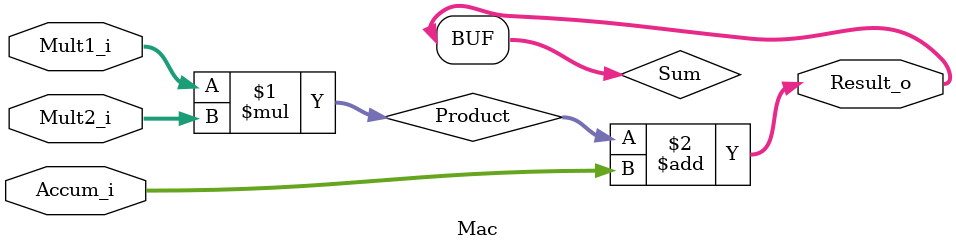
<source format=v>
module Mac #(
    parameter MULT_SIZE = 8,
              ACCUM_SIZE = 8
)(
    Mult1_i,
    Mult2_i,
    Accum_i,
    Result_o
);

    localparam RESULT_SIZE = (MULT_SIZE+MULT_SIZE) > ACCUM_SIZE ? 
                             (MULT_SIZE+MULT_SIZE+1) : (ACCUM_SIZE+1);

    input [MULT_SIZE-1:0] Mult1_i, Mult2_i;
    input [ACCUM_SIZE-1:0] Accum_i;
    output [RESULT_SIZE-1:0] Result_o;

    wire [MULT_SIZE+MULT_SIZE:0] Product;
    wire [RESULT_SIZE-1:0] Sum;

    assign Product = Mult1_i * Mult2_i;
    assign Sum = Product + Accum_i;
    assign Result_o = Sum;
    
endmodule
</source>
